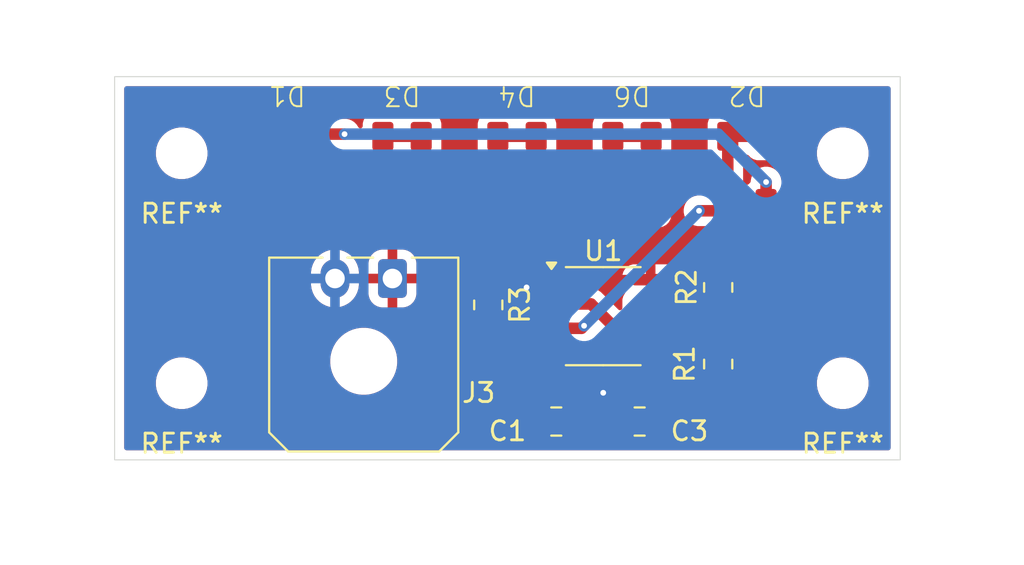
<source format=kicad_pcb>
(kicad_pcb (version 20241229) (generator "pcbnew") (generator_version "9.0")
  (layers (0 "F.Cu" signal) (2 "B.Cu" signal) (13 "F.Paste" user) (15 "B.Paste" user) (5 "F.SilkS" user "F.Silkscreen") (7 "B.SilkS" user "B.Silkscreen") (1 "F.Mask" user) (3 "B.Mask" user) (25 "Edge.Cuts" user))
  (net 0 "")
  (net 1 "GND")
  (net 2 "Net-(U1-THR)")
  (net 3 "Net-(U1-CV)")
  (net 4 "Net-(D1-A)")
  (net 5 "Net-(D1-K)")
  (net 6 "Net-(D2-A)")
  (net 7 "Net-(D3-K)")
  (net 8 "Net-(D4-K)")
  (net 9 "Net-(D6-K)")
  (net 10 "+12V")
  (net 11 "Net-(U1-DIS)")
  (footprint "MountingHole:MountingHole_2.2mm_M2" (layer "F.Cu") (at 127.5 100 180)
    (property "Reference" "REF**" (at 0 -3.15 0) (layer "F.SilkS"))
    (property "Value" "MountingHole_2.2mm_M2")
    (pad "" np_thru_hole circle (at 0 0 180) (size 2.2 2.2) (drill 2.2) (layers "*.Cu" "*.Mask"))
  )
  (footprint "FirstProject Sep6-FOOTPRINT:HSMA-A421-Y00M1" (layer "F.Cu") (at 139 96.1125 180)
    (property "Reference" "D3" (at 0 -0.8875 180) (layer "F.SilkS") (effects (font (thickness 0.1))))
    (property "Value" "LED")
    (pad "1" smd roundrect (at -1 -6.5 270) (size 1.5 1.1) (layers "F.Cu" "F.Mask" "F.Paste") (roundrect_rratio 0.15) (net 7 "Net-(D3-K)"))
    (pad "2" smd roundrect (at -1 -3 270) (size 1.5 1.1) (layers "F.Cu" "F.Mask" "F.Paste") (roundrect_rratio 0.15) (net 5 "Net-(D1-K)"))
    (pad "2" smd roundrect (at 1 -6.5 270) (size 1.5 1.1) (layers "F.Cu" "F.Mask" "F.Paste") (roundrect_rratio 0.15) (net 5 "Net-(D1-K)"))
    (pad "2" smd roundrect (at 1 -3 270) (size 1.5 1.1) (layers "F.Cu" "F.Mask" "F.Paste") (roundrect_rratio 0.15) (net 5 "Net-(D1-K)"))
  )
  (footprint "FirstProject Sep6-FOOTPRINT:HSMA-A421-Y00M1" (layer "F.Cu") (at 151 96.1125 180)
    (property "Reference" "D6" (at 0 -0.8875 180) (layer "F.SilkS") (effects (font (thickness 0.1))))
    (property "Value" "LED")
    (pad "1" smd roundrect (at -1 -6.5 270) (size 1.5 1.1) (layers "F.Cu" "F.Mask" "F.Paste") (roundrect_rratio 0.15) (net 9 "Net-(D6-K)"))
    (pad "2" smd roundrect (at -1 -3 270) (size 1.5 1.1) (layers "F.Cu" "F.Mask" "F.Paste") (roundrect_rratio 0.15) (net 8 "Net-(D4-K)"))
    (pad "2" smd roundrect (at 1 -6.5 270) (size 1.5 1.1) (layers "F.Cu" "F.Mask" "F.Paste") (roundrect_rratio 0.15) (net 8 "Net-(D4-K)"))
    (pad "2" smd roundrect (at 1 -3 270) (size 1.5 1.1) (layers "F.Cu" "F.Mask" "F.Paste") (roundrect_rratio 0.15) (net 8 "Net-(D4-K)"))
  )
  (footprint "MountingHole:MountingHole_2.2mm_M2" (layer "F.Cu") (at 162 100 180)
    (property "Reference" "REF**" (at 0 -3.15 0) (layer "F.SilkS"))
    (property "Value" "MountingHole_2.2mm_M2")
    (pad "" np_thru_hole circle (at 0 0 180) (size 2.2 2.2) (drill 2.2) (layers "*.Cu" "*.Mask"))
  )
  (footprint "Resistor_SMD:R_0805_2012Metric" (layer "F.Cu") (at 155.5 107 90)
    (property "Reference" "R2" (at 0 -1.65 90) (layer "F.SilkS"))
    (property "Value" "58K")
    (fp_line (start -0.227064 -0.735) (end 0.227064 -0.735) (stroke (width 0.12)) (layer "F.SilkS"))
    (fp_line (start -0.227064 0.735) (end 0.227064 0.735) (stroke (width 0.12)) (layer "F.SilkS"))
    (pad "1" smd roundrect (at -0.9125 0 90) (size 1.025 1.4) (layers "F.Cu" "F.Mask" "F.Paste") (roundrect_rratio 0.243902) (net 11 "Net-(U1-DIS)"))
    (pad "2" smd roundrect (at 0.9125 0 90) (size 1.025 1.4) (layers "F.Cu" "F.Mask" "F.Paste") (roundrect_rratio 0.243902) (net 10 "+12V"))
  )
  (footprint "Capacitor_SMD:C_0805_2012Metric" (layer "F.Cu") (at 151.4 114 180)
    (property "Reference" "C3" (at -2.6 -0.5 0) (layer "F.SilkS"))
    (property "Value" "0.01u")
    (fp_line (start -0.261252 0.735) (end 0.261252 0.735) (stroke (width 0.12)) (layer "F.SilkS"))
    (fp_line (start -0.261252 -0.735) (end 0.261252 -0.735) (stroke (width 0.12)) (layer "F.SilkS"))
    (pad "1" smd roundrect (at -0.95 0 180) (size 1 1.45) (layers "F.Cu" "F.Mask" "F.Paste") (net 3 "Net-(U1-CV)"))
    (pad "2" smd roundrect (at 0.95 0 180) (size 1 1.45) (layers "F.Cu" "F.Mask" "F.Paste") (net 1 "GND"))
  )
  (footprint "Capacitor_SMD:C_0805_2012Metric" (layer "F.Cu") (at 147.05 114)
    (property "Reference" "C1" (at -2.55 0.5 0) (layer "F.SilkS"))
    (property "Value" "10u")
    (fp_line (start -0.261252 -0.735) (end 0.261252 -0.735) (stroke (width 0.12)) (layer "F.SilkS"))
    (fp_line (start -0.261252 0.735) (end 0.261252 0.735) (stroke (width 0.12)) (layer "F.SilkS"))
    (pad "1" smd roundrect (at -0.95 0) (size 1 1.45) (layers "F.Cu" "F.Mask" "F.Paste") (net 2 "Net-(U1-THR)"))
    (pad "2" smd roundrect (at 0.95 0) (size 1 1.45) (layers "F.Cu" "F.Mask" "F.Paste") (net 1 "GND"))
  )
  (footprint "FirstProject Sep6-FOOTPRINT:HSMA-A421-Y00M1" (layer "F.Cu") (at 133 96.1125 180)
    (property "Reference" "D1" (at 0 -0.8875 180) (layer "F.SilkS") (effects (font (thickness 0.1))))
    (property "Value" "LED")
    (pad "1" smd roundrect (at -1 -6.5 270) (size 1.5 1.1) (layers "F.Cu" "F.Mask" "F.Paste") (roundrect_rratio 0.15) (net 5 "Net-(D1-K)"))
    (pad "2" smd roundrect (at -1 -3 270) (size 1.5 1.1) (layers "F.Cu" "F.Mask" "F.Paste") (roundrect_rratio 0.15) (net 4 "Net-(D1-A)"))
    (pad "2" smd roundrect (at 1 -6.5 270) (size 1.5 1.1) (layers "F.Cu" "F.Mask" "F.Paste") (roundrect_rratio 0.15) (net 4 "Net-(D1-A)"))
    (pad "2" smd roundrect (at 1 -3 270) (size 1.5 1.1) (layers "F.Cu" "F.Mask" "F.Paste") (roundrect_rratio 0.15) (net 4 "Net-(D1-A)"))
  )
  (footprint "Resistor_SMD:R_0805_2012Metric" (layer "F.Cu") (at 143.5 107.9125 -90)
    (property "Reference" "R3" (at 0 -1.65 90) (layer "F.SilkS"))
    (property "Value" "25")
    (fp_line (start -0.227064 0.735) (end 0.227064 0.735) (stroke (width 0.12)) (layer "F.SilkS"))
    (fp_line (start -0.227064 -0.735) (end 0.227064 -0.735) (stroke (width 0.12)) (layer "F.SilkS"))
    (pad "1" smd roundrect (at -0.9125 0 270) (size 1.025 1.4) (layers "F.Cu" "F.Mask" "F.Paste") (roundrect_rratio 0.243902) (net 9 "Net-(D6-K)"))
    (pad "2" smd roundrect (at 0.9125 0 270) (size 1.025 1.4) (layers "F.Cu" "F.Mask" "F.Paste") (roundrect_rratio 0.243902) (net 1 "GND"))
  )
  (footprint "MountingHole:MountingHole_2.2mm_M2" (layer "F.Cu") (at 127.5 112 180)
    (property "Reference" "REF**" (at 0 -3.15 0) (layer "F.SilkS"))
    (property "Value" "MountingHole_2.2mm_M2")
    (pad "" np_thru_hole circle (at 0 0 180) (size 2.2 2.2) (drill 2.2) (layers "*.Cu" "*.Mask"))
  )
  (footprint "MountingHole:MountingHole_2.2mm_M2" (layer "F.Cu") (at 162 112 180)
    (property "Reference" "REF**" (at 0 -3.15 0) (layer "F.SilkS"))
    (property "Value" "MountingHole_2.2mm_M2")
    (pad "" np_thru_hole circle (at 0 0 180) (size 2.2 2.2) (drill 2.2) (layers "*.Cu" "*.Mask"))
  )
  (footprint "Connector_Molex:Molex_Micro-Fit_3.0_43650-0200_1x02_P3.00mm_Horizontal" (layer "F.Cu") (at 138.5 106.535 180)
    (property "Reference" "J3" (at -4.5 -5.965 0) (layer "F.SilkS"))
    (property "Value" "Conn_01x02_Socket")
    (fp_line (start 6.435 1.09) (end 3.651767 1.09) (stroke (width 0.12)) (layer "F.SilkS"))
    (fp_line (start 6.435 -8.03) (end 6.435 1.09) (stroke (width 0.12)) (layer "F.SilkS"))
    (fp_line (start 5.435 -9.03) (end 6.435 -8.03) (stroke (width 0.12)) (layer "F.SilkS"))
    (fp_line (start 1.01 1.09) (end 2.348233 1.09) (stroke (width 0.12)) (layer "F.SilkS"))
    (fp_line (start -2.435 -9.03) (end 5.435 -9.03) (stroke (width 0.12)) (layer "F.SilkS"))
    (fp_line (start -3.435 1.09) (end -1.01 1.09) (stroke (width 0.12)) (layer "F.SilkS"))
    (fp_line (start -3.435 1.09) (end -3.435 -8.03) (stroke (width 0.12)) (layer "F.SilkS"))
    (fp_line (start -3.435 -8.03) (end -2.435 -9.03) (stroke (width 0.12)) (layer "F.SilkS"))
    (pad "" np_thru_hole circle (at 1.5 -4.32 180) (size 3 3) (drill 3) (layers "*.Cu" "*.Mask"))
    (pad "1" thru_hole roundrect (at 0 0 180) (size 1.5 2.02) (drill 1.02) (layers "*.Cu" "*.Mask") (roundrect_rratio 0.166667) (net 10 "+12V"))
    (pad "2" thru_hole oval (at 3 0 180) (size 1.5 2.02) (drill 1.02) (layers "*.Cu" "*.Mask") (net 1 "GND"))
  )
  (footprint "Package_SO:SOIC-8_3.9x4.9mm_P1.27mm" (layer "F.Cu") (at 149.5 108.5)
    (property "Reference" "U1" (at 0 -3.4 0) (layer "F.SilkS"))
    (property "Value" "LM555xM")
    (fp_line (start 0 -2.56) (end -1.95 -2.56) (stroke (width 0.12)) (layer "F.SilkS"))
    (fp_line (start 0 -2.56) (end 1.95 -2.56) (stroke (width 0.12)) (layer "F.SilkS"))
    (fp_line (start 0 2.56) (end -1.95 2.56) (stroke (width 0.12)) (layer "F.SilkS"))
    (fp_line (start 0 2.56) (end 1.95 2.56) (stroke (width 0.12)) (layer "F.SilkS"))
    (fp_poly (pts (xy -2.7 -2.465) (xy -2.94 -2.795) (xy -2.46 -2.795)) (stroke (width 0.12)) (fill yes) (layer "F.SilkS"))
    (pad "1" smd roundrect (at -2.475 -1.905) (size 1.95 0.6) (layers "F.Cu" "F.Mask" "F.Paste") (net 1 "GND"))
    (pad "2" smd roundrect (at -2.475 -0.635) (size 1.95 0.6) (layers "F.Cu" "F.Mask" "F.Paste") (net 2 "Net-(U1-THR)"))
    (pad "3" smd roundrect (at -2.475 0.635) (size 1.95 0.6) (layers "F.Cu" "F.Mask" "F.Paste") (net 6 "Net-(D2-A)"))
    (pad "4" smd roundrect (at -2.475 1.905) (size 1.95 0.6) (layers "F.Cu" "F.Mask" "F.Paste") (net 10 "+12V"))
    (pad "5" smd roundrect (at 2.475 1.905) (size 1.95 0.6) (layers "F.Cu" "F.Mask" "F.Paste") (net 3 "Net-(U1-CV)"))
    (pad "6" smd roundrect (at 2.475 0.635) (size 1.95 0.6) (layers "F.Cu" "F.Mask" "F.Paste") (net 2 "Net-(U1-THR)"))
    (pad "7" smd roundrect (at 2.475 -0.635) (size 1.95 0.6) (layers "F.Cu" "F.Mask" "F.Paste") (net 11 "Net-(U1-DIS)"))
    (pad "8" smd roundrect (at 2.475 -1.905) (size 1.95 0.6) (layers "F.Cu" "F.Mask" "F.Paste") (net 10 "+12V"))
  )
  (footprint "FirstProject Sep6-FOOTPRINT:HSMA-A421-Y00M1" (layer "F.Cu") (at 157 96.1125 180)
    (property "Reference" "D2" (at 0 -0.8875 180) (layer "F.SilkS") (effects (font (thickness 0.1))))
    (property "Value" "LED")
    (pad "1" smd roundrect (at -1 -6.5 270) (size 1.5 1.1) (layers "F.Cu" "F.Mask" "F.Paste") (roundrect_rratio 0.15) (net 4 "Net-(D1-A)"))
    (pad "2" smd roundrect (at -1 -3 270) (size 1.5 1.1) (layers "F.Cu" "F.Mask" "F.Paste") (roundrect_rratio 0.15) (net 6 "Net-(D2-A)"))
    (pad "2" smd roundrect (at 1 -6.5 270) (size 1.5 1.1) (layers "F.Cu" "F.Mask" "F.Paste") (roundrect_rratio 0.15) (net 6 "Net-(D2-A)"))
    (pad "2" smd roundrect (at 1 -3 270) (size 1.5 1.1) (layers "F.Cu" "F.Mask" "F.Paste") (roundrect_rratio 0.15) (net 6 "Net-(D2-A)"))
  )
  (footprint "Resistor_SMD:R_0805_2012Metric" (layer "F.Cu") (at 155.5 111 90)
    (property "Reference" "R1" (at 0 -1.75 90) (layer "F.SilkS"))
    (property "Value" "115K")
    (fp_line (start -0.227064 -0.735) (end 0.227064 -0.735) (stroke (width 0.12)) (layer "F.SilkS"))
    (fp_line (start -0.227064 0.735) (end 0.227064 0.735) (stroke (width 0.12)) (layer "F.SilkS"))
    (pad "1" smd roundrect (at -0.9125 0 90) (size 1.025 1.4) (layers "F.Cu" "F.Mask" "F.Paste") (roundrect_rratio 0.243902) (net 2 "Net-(U1-THR)"))
    (pad "2" smd roundrect (at 0.9125 0 90) (size 1.025 1.4) (layers "F.Cu" "F.Mask" "F.Paste") (roundrect_rratio 0.243902) (net 11 "Net-(U1-DIS)"))
  )
  (footprint "FirstProject Sep6-FOOTPRINT:HSMA-A421-Y00M1" (layer "F.Cu") (at 145 96.1125 180)
    (property "Reference" "D4" (at 0 -0.8875 180) (layer "F.SilkS") (effects (font (thickness 0.1))))
    (property "Value" "LED")
    (pad "1" smd roundrect (at -1 -6.5 270) (size 1.5 1.1) (layers "F.Cu" "F.Mask" "F.Paste") (roundrect_rratio 0.15) (net 8 "Net-(D4-K)"))
    (pad "2" smd roundrect (at -1 -3 270) (size 1.5 1.1) (layers "F.Cu" "F.Mask" "F.Paste") (roundrect_rratio 0.15) (net 7 "Net-(D3-K)"))
    (pad "2" smd roundrect (at 1 -6.5 270) (size 1.5 1.1) (layers "F.Cu" "F.Mask" "F.Paste") (roundrect_rratio 0.15) (net 7 "Net-(D3-K)"))
    (pad "2" smd roundrect (at 1 -3 270) (size 1.5 1.1) (layers "F.Cu" "F.Mask" "F.Paste") (roundrect_rratio 0.15) (net 7 "Net-(D3-K)"))
  )
  (gr_rect (start 124 96) (end 165 116) (stroke (width 0.05)) (fill no) (layer "Edge.Cuts"))
  (segment (start 143.675 108.825) (end 145.5 107) (width 0.6) (layer "F.Cu") (net 1))
  (segment (start 145.905 106.595) (end 145.5 107) (width 0.6) (layer "F.Cu") (net 1))
  (segment (start 147.025 106.595) (end 145.905 106.595) (width 0.6) (layer "F.Cu") (net 1))
  (segment (start 150.45 114) (end 150.5 114) (width 0.6) (layer "F.Cu") (net 1))
  (segment (start 150.45 114) (end 150.45 113.45) (width 0.6) (layer "F.Cu") (net 1))
  (segment (start 148 114) (end 149.5 112.5) (width 0.6) (layer "F.Cu") (net 1))
  (segment (start 150.45 113.45) (end 149.5 112.5) (width 0.6) (layer "F.Cu") (net 1))
  (segment (start 143.5 108.825) (end 143.675 108.825) (width 0.6) (layer "F.Cu") (net 1))
  (segment (start 143.5 108.825) (end 143.5 109) (width 0.6) (layer "F.Cu") (net 1))
  (segment (start 147.025 106.525) (end 147 106.5) (width 0.6) (layer "F.Cu") (net 1))
  (segment (start 147.025 106.595) (end 147.025 106.525) (width 0.6) (layer "F.Cu") (net 1))
  (via (at 145.5 107) (size 0.5) (drill 0.3) (layers "F.Cu" "B.Cu") (net 1))
  (via (at 149.5 112.5) (size 0.5) (drill 0.3) (layers "F.Cu" "B.Cu") (net 1))
  (segment (start 150.5 109.135) (end 151.975 109.135) (width 0.6) (layer "F.Cu") (net 2))
  (segment (start 150.5 109.6) (end 150.5 109.135) (width 0.6) (layer "F.Cu") (net 2))
  (segment (start 146.39519 107.865) (end 147.025 107.865) (width 0.6) (layer "F.Cu") (net 2))
  (segment (start 148.865 107.865) (end 150.135 109.135) (width 0.6) (layer "F.Cu") (net 2))
  (segment (start 152.7225 109.135) (end 151.975 109.135) (width 0.6) (layer "F.Cu") (net 2))
  (segment (start 155.5 111.9125) (end 152.7225 109.135) (width 0.6) (layer "F.Cu") (net 2))
  (segment (start 150.135 109.135) (end 150.5 109.135) (width 0.6) (layer "F.Cu") (net 2))
  (segment (start 147.025 107.865) (end 148.865 107.865) (width 0.6) (layer "F.Cu") (net 2))
  (segment (start 146.1 114) (end 150.5 109.6) (width 0.6) (layer "F.Cu") (net 2))
  (segment (start 151.975 110.405) (end 151.975 113.625) (width 0.6) (layer "F.Cu") (net 3))
  (segment (start 151.975 113.625) (end 152.35 114) (width 0.6) (layer "F.Cu") (net 3))
  (segment (start 134.1125 99) (end 134 99.1125) (width 0.6) (layer "F.Cu") (net 4))
  (segment (start 132 102.6125) (end 132 99.1125) (width 0.6) (layer "F.Cu") (net 4))
  (segment (start 136 99) (end 134.1125 99) (width 0.6) (layer "F.Cu") (net 4))
  (segment (start 132 99.1125) (end 134 99.1125) (width 0.6) (layer "F.Cu") (net 4))
  (segment (start 158 102.6125) (end 158 101.5) (width 0.6) (layer "F.Cu") (net 4))
  (via (at 158 101.5) (size 0.5) (drill 0.3) (layers "F.Cu" "B.Cu") (net 4))
  (via (at 136 99) (size 0.5) (drill 0.3) (layers "F.Cu" "B.Cu") (net 4))
  (segment (start 155.5 99) (end 136 99) (width 0.6) (layer "B.Cu") (net 4))
  (segment (start 158 101.5) (end 155.5 99) (width 0.6) (layer "B.Cu") (net 4))
  (segment (start 138 99.1125) (end 138 102.6125) (width 0.6) (layer "F.Cu") (net 5))
  (segment (start 138 102.6125) (end 134 102.6125) (width 0.6) (layer "F.Cu") (net 5))
  (segment (start 140 99.1125) (end 138 99.1125) (width 0.6) (layer "F.Cu") (net 5))
  (segment (start 147.025 109.135) (end 148.365 109.135) (width 0.6) (layer "F.Cu") (net 6))
  (segment (start 155.6125 103) (end 156 102.6125) (width 0.6) (layer "F.Cu") (net 6))
  (segment (start 156 99.1125) (end 158 99.1125) (width 0.6) (layer "F.Cu") (net 6))
  (segment (start 156 102.6125) (end 156 99.1125) (width 0.6) (layer "F.Cu") (net 6))
  (segment (start 148.365 109.135) (end 148.5 109) (width 0.6) (layer "F.Cu") (net 6))
  (segment (start 154.5 103) (end 155.6125 103) (width 0.6) (layer "F.Cu") (net 6))
  (via (at 154.5 103) (size 0.5) (drill 0.3) (layers "F.Cu" "B.Cu") (net 6))
  (via (at 148.5 109) (size 0.5) (drill 0.3) (layers "F.Cu" "B.Cu") (net 6))
  (segment (start 148.5 109) (end 154.5 103) (width 0.6) (layer "B.Cu") (net 6))
  (segment (start 144 99.1125) (end 144 102.6125) (width 0.6) (layer "F.Cu") (net 7))
  (segment (start 146 99.1125) (end 144 99.1125) (width 0.6) (layer "F.Cu") (net 7))
  (segment (start 140 102.6125) (end 144 102.6125) (width 0.6) (layer "F.Cu") (net 7))
  (segment (start 150 102.6125) (end 150 99.1125) (width 0.6) (layer "F.Cu") (net 8))
  (segment (start 152 99.1125) (end 150 99.1125) (width 0.6) (layer "F.Cu") (net 8))
  (segment (start 146 102.6125) (end 150 102.6125) (width 0.6) (layer "F.Cu") (net 8))
  (segment (start 146.5 104) (end 150.6125 104) (width 0.6) (layer "F.Cu") (net 9))
  (segment (start 150.6125 104) (end 152 102.6125) (width 0.6) (layer "F.Cu") (net 9))
  (segment (start 143.5 107) (end 146.5 104) (width 0.6) (layer "F.Cu") (net 9))
  (segment (start 155.5 110.0875) (end 155.5 107.9125) (width 0.6) (layer "F.Cu") (net 11))
  (segment (start 152.0225 107.9125) (end 151.975 107.865) (width 0.6) (layer "F.Cu") (net 11))
  (segment (start 155.5 107.9125) (end 152.0225 107.9125) (width 0.6) (layer "F.Cu") (net 11))
  (zone (net 10) (net_name "+12V") (layer "F.Cu") (connect_pads (clearance 0.5)) (min_thickness 0.25) (fill yes (thermal_gap 0.5) (thermal_bridge_width 0.5))
    (polygon (pts (xy 123.290424 94.5) (xy 165.790424 94.5) (xy 165.790424 119) (xy 123.290424 119)))
  )
  (zone (net 1) (net_name "GND") (layer "B.Cu") (priority 1) (connect_pads (clearance 0.5)) (min_thickness 0.25) (fill yes (thermal_gap 0.5) (thermal_bridge_width 0.5))
    (polygon (pts (xy 120.5 92) (xy 168 92) (xy 168 121.5) (xy 120.5 121.5)))
  )
)
</source>
